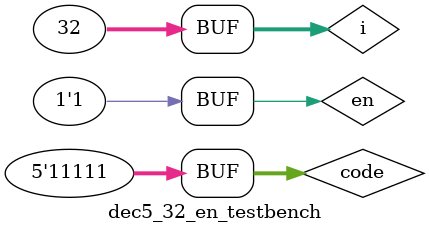
<source format=sv>
`timescale 1ns/10ps
module dec5_32_en (out, code, en);
	output logic [31:0] out;
	input logic [4:0] code;
	input logic en;
	
	logic [3:0] v_en;
	
	dec2_4_en dec_en (.out(v_en), .code(code[4:3]), .en);
	
	dec3_8_en dec1 (.out(out[7:0]), .code(code[2:0]), .en(v_en[0]));
	dec3_8_en dec2 (.out(out[15:8]), .code(code[2:0]), .en(v_en[1]));
	dec3_8_en dec3 (.out(out[23:16]), .code(code[2:0]), .en(v_en[2]));
	dec3_8_en dec4 (.out(out[31:24]), .code(code[2:0]), .en(v_en[3]));
	
endmodule

module dec5_32_en_testbench();
	logic [31:0] out;
	logic [4:0] code;
	logic en;
	
	dec5_32_en dut (.out, .code, .en);
	integer i;
	initial begin
	en = 0;
	for(i=0; i<32; i++) begin
	code = i; #10;
	end
	en = 1;
	for(i=0; i<32; i++) begin
	code = i; #10;
	end
	end
endmodule

</source>
